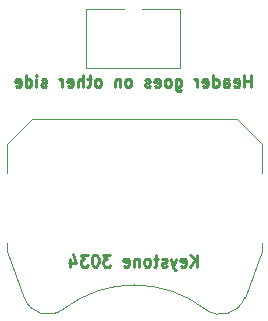
<source format=gbo>
G04 #@! TF.GenerationSoftware,KiCad,Pcbnew,5.0.2-bee76a0~70~ubuntu18.04.1*
G04 #@! TF.CreationDate,2019-04-03T21:22:13-07:00*
G04 #@! TF.ProjectId,sao-pin,73616f2d-7069-46e2-9e6b-696361645f70,rev?*
G04 #@! TF.SameCoordinates,Original*
G04 #@! TF.FileFunction,Legend,Bot*
G04 #@! TF.FilePolarity,Positive*
%FSLAX46Y46*%
G04 Gerber Fmt 4.6, Leading zero omitted, Abs format (unit mm)*
G04 Created by KiCad (PCBNEW 5.0.2-bee76a0~70~ubuntu18.04.1) date Wed 03 Apr 2019 09:22:13 PM PDT*
%MOMM*%
%LPD*%
G01*
G04 APERTURE LIST*
%ADD10C,0.250000*%
%ADD11C,0.100000*%
%ADD12C,0.120000*%
G04 APERTURE END LIST*
D10*
X154576190Y-107752380D02*
X154576190Y-106752380D01*
X154576190Y-107228571D02*
X154004761Y-107228571D01*
X154004761Y-107752380D02*
X154004761Y-106752380D01*
X153147619Y-107704761D02*
X153242857Y-107752380D01*
X153433333Y-107752380D01*
X153528571Y-107704761D01*
X153576190Y-107609523D01*
X153576190Y-107228571D01*
X153528571Y-107133333D01*
X153433333Y-107085714D01*
X153242857Y-107085714D01*
X153147619Y-107133333D01*
X153100000Y-107228571D01*
X153100000Y-107323809D01*
X153576190Y-107419047D01*
X152242857Y-107752380D02*
X152242857Y-107228571D01*
X152290476Y-107133333D01*
X152385714Y-107085714D01*
X152576190Y-107085714D01*
X152671428Y-107133333D01*
X152242857Y-107704761D02*
X152338095Y-107752380D01*
X152576190Y-107752380D01*
X152671428Y-107704761D01*
X152719047Y-107609523D01*
X152719047Y-107514285D01*
X152671428Y-107419047D01*
X152576190Y-107371428D01*
X152338095Y-107371428D01*
X152242857Y-107323809D01*
X151338095Y-107752380D02*
X151338095Y-106752380D01*
X151338095Y-107704761D02*
X151433333Y-107752380D01*
X151623809Y-107752380D01*
X151719047Y-107704761D01*
X151766666Y-107657142D01*
X151814285Y-107561904D01*
X151814285Y-107276190D01*
X151766666Y-107180952D01*
X151719047Y-107133333D01*
X151623809Y-107085714D01*
X151433333Y-107085714D01*
X151338095Y-107133333D01*
X150480952Y-107704761D02*
X150576190Y-107752380D01*
X150766666Y-107752380D01*
X150861904Y-107704761D01*
X150909523Y-107609523D01*
X150909523Y-107228571D01*
X150861904Y-107133333D01*
X150766666Y-107085714D01*
X150576190Y-107085714D01*
X150480952Y-107133333D01*
X150433333Y-107228571D01*
X150433333Y-107323809D01*
X150909523Y-107419047D01*
X150004761Y-107752380D02*
X150004761Y-107085714D01*
X150004761Y-107276190D02*
X149957142Y-107180952D01*
X149909523Y-107133333D01*
X149814285Y-107085714D01*
X149719047Y-107085714D01*
X148195238Y-107085714D02*
X148195238Y-107895238D01*
X148242857Y-107990476D01*
X148290476Y-108038095D01*
X148385714Y-108085714D01*
X148528571Y-108085714D01*
X148623809Y-108038095D01*
X148195238Y-107704761D02*
X148290476Y-107752380D01*
X148480952Y-107752380D01*
X148576190Y-107704761D01*
X148623809Y-107657142D01*
X148671428Y-107561904D01*
X148671428Y-107276190D01*
X148623809Y-107180952D01*
X148576190Y-107133333D01*
X148480952Y-107085714D01*
X148290476Y-107085714D01*
X148195238Y-107133333D01*
X147576190Y-107752380D02*
X147671428Y-107704761D01*
X147719047Y-107657142D01*
X147766666Y-107561904D01*
X147766666Y-107276190D01*
X147719047Y-107180952D01*
X147671428Y-107133333D01*
X147576190Y-107085714D01*
X147433333Y-107085714D01*
X147338095Y-107133333D01*
X147290476Y-107180952D01*
X147242857Y-107276190D01*
X147242857Y-107561904D01*
X147290476Y-107657142D01*
X147338095Y-107704761D01*
X147433333Y-107752380D01*
X147576190Y-107752380D01*
X146433333Y-107704761D02*
X146528571Y-107752380D01*
X146719047Y-107752380D01*
X146814285Y-107704761D01*
X146861904Y-107609523D01*
X146861904Y-107228571D01*
X146814285Y-107133333D01*
X146719047Y-107085714D01*
X146528571Y-107085714D01*
X146433333Y-107133333D01*
X146385714Y-107228571D01*
X146385714Y-107323809D01*
X146861904Y-107419047D01*
X146004761Y-107704761D02*
X145909523Y-107752380D01*
X145719047Y-107752380D01*
X145623809Y-107704761D01*
X145576190Y-107609523D01*
X145576190Y-107561904D01*
X145623809Y-107466666D01*
X145719047Y-107419047D01*
X145861904Y-107419047D01*
X145957142Y-107371428D01*
X146004761Y-107276190D01*
X146004761Y-107228571D01*
X145957142Y-107133333D01*
X145861904Y-107085714D01*
X145719047Y-107085714D01*
X145623809Y-107133333D01*
X144242857Y-107752380D02*
X144338095Y-107704761D01*
X144385714Y-107657142D01*
X144433333Y-107561904D01*
X144433333Y-107276190D01*
X144385714Y-107180952D01*
X144338095Y-107133333D01*
X144242857Y-107085714D01*
X144100000Y-107085714D01*
X144004761Y-107133333D01*
X143957142Y-107180952D01*
X143909523Y-107276190D01*
X143909523Y-107561904D01*
X143957142Y-107657142D01*
X144004761Y-107704761D01*
X144100000Y-107752380D01*
X144242857Y-107752380D01*
X143480952Y-107085714D02*
X143480952Y-107752380D01*
X143480952Y-107180952D02*
X143433333Y-107133333D01*
X143338095Y-107085714D01*
X143195238Y-107085714D01*
X143100000Y-107133333D01*
X143052380Y-107228571D01*
X143052380Y-107752380D01*
X141671428Y-107752380D02*
X141766666Y-107704761D01*
X141814285Y-107657142D01*
X141861904Y-107561904D01*
X141861904Y-107276190D01*
X141814285Y-107180952D01*
X141766666Y-107133333D01*
X141671428Y-107085714D01*
X141528571Y-107085714D01*
X141433333Y-107133333D01*
X141385714Y-107180952D01*
X141338095Y-107276190D01*
X141338095Y-107561904D01*
X141385714Y-107657142D01*
X141433333Y-107704761D01*
X141528571Y-107752380D01*
X141671428Y-107752380D01*
X141052380Y-107085714D02*
X140671428Y-107085714D01*
X140909523Y-106752380D02*
X140909523Y-107609523D01*
X140861904Y-107704761D01*
X140766666Y-107752380D01*
X140671428Y-107752380D01*
X140338095Y-107752380D02*
X140338095Y-106752380D01*
X139909523Y-107752380D02*
X139909523Y-107228571D01*
X139957142Y-107133333D01*
X140052380Y-107085714D01*
X140195238Y-107085714D01*
X140290476Y-107133333D01*
X140338095Y-107180952D01*
X139052380Y-107704761D02*
X139147619Y-107752380D01*
X139338095Y-107752380D01*
X139433333Y-107704761D01*
X139480952Y-107609523D01*
X139480952Y-107228571D01*
X139433333Y-107133333D01*
X139338095Y-107085714D01*
X139147619Y-107085714D01*
X139052380Y-107133333D01*
X139004761Y-107228571D01*
X139004761Y-107323809D01*
X139480952Y-107419047D01*
X138576190Y-107752380D02*
X138576190Y-107085714D01*
X138576190Y-107276190D02*
X138528571Y-107180952D01*
X138480952Y-107133333D01*
X138385714Y-107085714D01*
X138290476Y-107085714D01*
X137242857Y-107704761D02*
X137147619Y-107752380D01*
X136957142Y-107752380D01*
X136861904Y-107704761D01*
X136814285Y-107609523D01*
X136814285Y-107561904D01*
X136861904Y-107466666D01*
X136957142Y-107419047D01*
X137100000Y-107419047D01*
X137195238Y-107371428D01*
X137242857Y-107276190D01*
X137242857Y-107228571D01*
X137195238Y-107133333D01*
X137100000Y-107085714D01*
X136957142Y-107085714D01*
X136861904Y-107133333D01*
X136385714Y-107752380D02*
X136385714Y-107085714D01*
X136385714Y-106752380D02*
X136433333Y-106800000D01*
X136385714Y-106847619D01*
X136338095Y-106800000D01*
X136385714Y-106752380D01*
X136385714Y-106847619D01*
X135480952Y-107752380D02*
X135480952Y-106752380D01*
X135480952Y-107704761D02*
X135576190Y-107752380D01*
X135766666Y-107752380D01*
X135861904Y-107704761D01*
X135909523Y-107657142D01*
X135957142Y-107561904D01*
X135957142Y-107276190D01*
X135909523Y-107180952D01*
X135861904Y-107133333D01*
X135766666Y-107085714D01*
X135576190Y-107085714D01*
X135480952Y-107133333D01*
X134623809Y-107704761D02*
X134719047Y-107752380D01*
X134909523Y-107752380D01*
X135004761Y-107704761D01*
X135052380Y-107609523D01*
X135052380Y-107228571D01*
X135004761Y-107133333D01*
X134909523Y-107085714D01*
X134719047Y-107085714D01*
X134623809Y-107133333D01*
X134576190Y-107228571D01*
X134576190Y-107323809D01*
X135052380Y-107419047D01*
X149980952Y-122952380D02*
X149980952Y-121952380D01*
X149409523Y-122952380D02*
X149838095Y-122380952D01*
X149409523Y-121952380D02*
X149980952Y-122523809D01*
X148600000Y-122904761D02*
X148695238Y-122952380D01*
X148885714Y-122952380D01*
X148980952Y-122904761D01*
X149028571Y-122809523D01*
X149028571Y-122428571D01*
X148980952Y-122333333D01*
X148885714Y-122285714D01*
X148695238Y-122285714D01*
X148600000Y-122333333D01*
X148552380Y-122428571D01*
X148552380Y-122523809D01*
X149028571Y-122619047D01*
X148219047Y-122285714D02*
X147980952Y-122952380D01*
X147742857Y-122285714D02*
X147980952Y-122952380D01*
X148076190Y-123190476D01*
X148123809Y-123238095D01*
X148219047Y-123285714D01*
X147409523Y-122904761D02*
X147314285Y-122952380D01*
X147123809Y-122952380D01*
X147028571Y-122904761D01*
X146980952Y-122809523D01*
X146980952Y-122761904D01*
X147028571Y-122666666D01*
X147123809Y-122619047D01*
X147266666Y-122619047D01*
X147361904Y-122571428D01*
X147409523Y-122476190D01*
X147409523Y-122428571D01*
X147361904Y-122333333D01*
X147266666Y-122285714D01*
X147123809Y-122285714D01*
X147028571Y-122333333D01*
X146695238Y-122285714D02*
X146314285Y-122285714D01*
X146552380Y-121952380D02*
X146552380Y-122809523D01*
X146504761Y-122904761D01*
X146409523Y-122952380D01*
X146314285Y-122952380D01*
X145838095Y-122952380D02*
X145933333Y-122904761D01*
X145980952Y-122857142D01*
X146028571Y-122761904D01*
X146028571Y-122476190D01*
X145980952Y-122380952D01*
X145933333Y-122333333D01*
X145838095Y-122285714D01*
X145695238Y-122285714D01*
X145600000Y-122333333D01*
X145552380Y-122380952D01*
X145504761Y-122476190D01*
X145504761Y-122761904D01*
X145552380Y-122857142D01*
X145600000Y-122904761D01*
X145695238Y-122952380D01*
X145838095Y-122952380D01*
X145076190Y-122285714D02*
X145076190Y-122952380D01*
X145076190Y-122380952D02*
X145028571Y-122333333D01*
X144933333Y-122285714D01*
X144790476Y-122285714D01*
X144695238Y-122333333D01*
X144647619Y-122428571D01*
X144647619Y-122952380D01*
X143790476Y-122904761D02*
X143885714Y-122952380D01*
X144076190Y-122952380D01*
X144171428Y-122904761D01*
X144219047Y-122809523D01*
X144219047Y-122428571D01*
X144171428Y-122333333D01*
X144076190Y-122285714D01*
X143885714Y-122285714D01*
X143790476Y-122333333D01*
X143742857Y-122428571D01*
X143742857Y-122523809D01*
X144219047Y-122619047D01*
X142647619Y-121952380D02*
X142028571Y-121952380D01*
X142361904Y-122333333D01*
X142219047Y-122333333D01*
X142123809Y-122380952D01*
X142076190Y-122428571D01*
X142028571Y-122523809D01*
X142028571Y-122761904D01*
X142076190Y-122857142D01*
X142123809Y-122904761D01*
X142219047Y-122952380D01*
X142504761Y-122952380D01*
X142600000Y-122904761D01*
X142647619Y-122857142D01*
X141409523Y-121952380D02*
X141314285Y-121952380D01*
X141219047Y-122000000D01*
X141171428Y-122047619D01*
X141123809Y-122142857D01*
X141076190Y-122333333D01*
X141076190Y-122571428D01*
X141123809Y-122761904D01*
X141171428Y-122857142D01*
X141219047Y-122904761D01*
X141314285Y-122952380D01*
X141409523Y-122952380D01*
X141504761Y-122904761D01*
X141552380Y-122857142D01*
X141600000Y-122761904D01*
X141647619Y-122571428D01*
X141647619Y-122333333D01*
X141600000Y-122142857D01*
X141552380Y-122047619D01*
X141504761Y-122000000D01*
X141409523Y-121952380D01*
X140742857Y-121952380D02*
X140123809Y-121952380D01*
X140457142Y-122333333D01*
X140314285Y-122333333D01*
X140219047Y-122380952D01*
X140171428Y-122428571D01*
X140123809Y-122523809D01*
X140123809Y-122761904D01*
X140171428Y-122857142D01*
X140219047Y-122904761D01*
X140314285Y-122952380D01*
X140600000Y-122952380D01*
X140695238Y-122904761D01*
X140742857Y-122857142D01*
X139266666Y-122285714D02*
X139266666Y-122952380D01*
X139504761Y-121904761D02*
X139742857Y-122619047D01*
X139123809Y-122619047D01*
D11*
G04 #@! TO.C,BT1*
X150683001Y-126553536D02*
G75*
G03X138678400Y-126550000I-6004601J-7806464D01*
G01*
X150681754Y-126566530D02*
G75*
G03X154018400Y-125580000I1306646J1716530D01*
G01*
X155458400Y-121630000D02*
X154018400Y-125580000D01*
X153378400Y-110460000D02*
X155458400Y-112540000D01*
X135978400Y-110460000D02*
X153378400Y-110460000D01*
X135978400Y-110460000D02*
X133898400Y-112540000D01*
X133898400Y-121630000D02*
X135338400Y-125580000D01*
X135353156Y-125588169D02*
G75*
G03X138678400Y-126550000I2015244J738169D01*
G01*
X155458400Y-112540000D02*
X155458400Y-115000000D01*
X155458400Y-121000000D02*
X155458400Y-121630000D01*
X133898400Y-112540000D02*
X133898400Y-115000000D01*
X133898400Y-121000000D02*
X133898400Y-121630000D01*
D12*
G04 #@! TO.C,J1*
X148560000Y-101110000D02*
X148560000Y-106110000D01*
X145310000Y-101110000D02*
X148560000Y-101110000D01*
X140560000Y-106110000D02*
X148560000Y-106110000D01*
X140560000Y-101110000D02*
X140560000Y-106110000D01*
X143810000Y-101110000D02*
X140560000Y-101110000D01*
G04 #@! TD*
M02*

</source>
